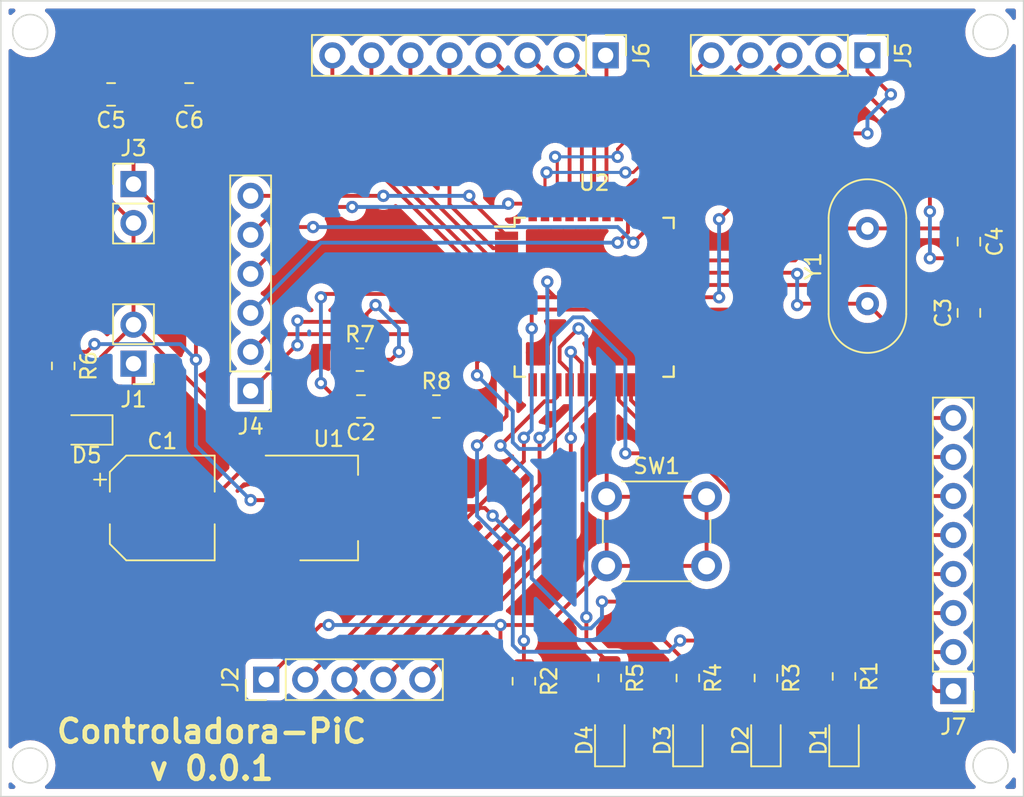
<source format=kicad_pcb>
(kicad_pcb (version 20211014) (generator pcbnew)
  (layers (0 "F.Cu" signal) (31 "B.Cu" signal) (34 "B.Paste" user) (35 "F.Paste" user) (36 "B.SilkS" user "B.Silkscreen") (37 "F.SilkS" user "F.Silkscreen") (38 "B.Mask" user) (39 "F.Mask" user) (44 "Edge.Cuts" user))
  (net 0 "")
  (net 1 "Net-(C1-Pad1)")
  (net 2 "GND")
  (net 3 "+5V")
  (net 4 "/osc1")
  (net 5 "/osc2")
  (net 6 "Net-(D1-Pad2)")
  (net 7 "Net-(D2-Pad2)")
  (net 8 "Net-(D3-Pad2)")
  (net 9 "Net-(D4-Pad2)")
  (net 10 "Net-(D5-Pad2)")
  (net 11 "/reset")
  (net 12 "/pgd")
  (net 13 "/pgc")
  (net 14 "/sda")
  (net 15 "/scl")
  (net 16 "/ccp1")
  (net 17 "/ccp2")
  (net 18 "/tx")
  (net 19 "/rx")
  (net 20 "/vusb")
  (net 21 "/d+")
  (net 22 "/d-")
  (net 23 "/rd0")
  (net 24 "/rd1")
  (net 25 "/rd2")
  (net 26 "/rd3")
  (net 27 "/rd4")
  (net 28 "/rd5")
  (net 29 "/rd6")
  (net 30 "/rd7")
  (net 31 "/an0")
  (net 32 "/an1")
  (net 33 "/an2")
  (net 34 "/an3")
  (net 35 "/an4")
  (net 36 "/an5")
  (net 37 "/an6")
  (net 38 "/an7")
  (net 39 "/led1")
  (net 40 "/led2")
  (net 41 "/led3")
  (net 42 "/led4")
  (footprint "Package_QFP:TQFP-44_10x10mm_P0.8mm" (layer "F.Cu") (at 152.908 112.268)
    (fp_text reference "U2" (at 0 -7.45) (layer "F.SilkS"))
    (fp_text value "PIC18F4550-IPT")
    (pad "1" smd rect (at -5.7 -4) (size 1.5 0.55) (layers "F.Cu" "F.Paste" "F.Mask") (net 19 "/rx"))
    (pad "2" smd rect (at -5.7 -3.2) (size 1.5 0.55) (layers "F.Cu" "F.Paste" "F.Mask") (net 27 "/rd4"))
    (pad "3" smd rect (at -5.7 -2.4) (size 1.5 0.55) (layers "F.Cu" "F.Paste" "F.Mask") (net 28 "/rd5"))
    (pad "4" smd rect (at -5.7 -1.6) (size 1.5 0.55) (layers "F.Cu" "F.Paste" "F.Mask") (net 29 "/rd6"))
    (pad "5" smd rect (at -5.7 -0.8) (size 1.5 0.55) (layers "F.Cu" "F.Paste" "F.Mask") (net 30 "/rd7"))
    (pad "6" smd rect (at -5.7 0) (size 1.5 0.55) (layers "F.Cu" "F.Paste" "F.Mask") (net 2 "GND"))
    (pad "7" smd rect (at -5.7 0.8) (size 1.5 0.55) (layers "F.Cu" "F.Paste" "F.Mask") (net 3 "+5V"))
    (pad "8" smd rect (at -5.7 1.6) (size 1.5 0.55) (layers "F.Cu" "F.Paste" "F.Mask") (net 14 "/sda"))
    (pad "9" smd rect (at -5.7 2.4) (size 1.5 0.55) (layers "F.Cu" "F.Paste" "F.Mask") (net 15 "/scl"))
    (pad "10" smd rect (at -5.7 3.2) (size 1.5 0.55) (layers "F.Cu" "F.Paste" "F.Mask") (net 39 "/led1"))
    (pad "11" smd rect (at -5.7 4) (size 1.5 0.55) (layers "F.Cu" "F.Paste" "F.Mask") (net 40 "/led2"))
    (pad "12" smd rect (at -4 5.7 90) (size 1.5 0.55) (layers "F.Cu" "F.Paste" "F.Mask"))
    (pad "13" smd rect (at -3.2 5.7 90) (size 1.5 0.55) (layers "F.Cu" "F.Paste" "F.Mask"))
    (pad "14" smd rect (at -2.4 5.7 90) (size 1.5 0.55) (layers "F.Cu" "F.Paste" "F.Mask") (net 41 "/led3"))
    (pad "15" smd rect (at -1.6 5.7 90) (size 1.5 0.55) (layers "F.Cu" "F.Paste" "F.Mask") (net 42 "/led4"))
    (pad "16" smd rect (at -0.8 5.7 90) (size 1.5 0.55) (layers "F.Cu" "F.Paste" "F.Mask") (net 13 "/pgc"))
    (pad "17" smd rect (at 0 5.7 90) (size 1.5 0.55) (layers "F.Cu" "F.Paste" "F.Mask") (net 12 "/pgd"))
    (pad "18" smd rect (at 0.8 5.7 90) (size 1.5 0.55) (layers "F.Cu" "F.Paste" "F.Mask") (net 11 "/reset"))
    (pad "19" smd rect (at 1.6 5.7 90) (size 1.5 0.55) (layers "F.Cu" "F.Paste" "F.Mask") (net 31 "/an0"))
    (pad "20" smd rect (at 2.4 5.7 90) (size 1.5 0.55) (layers "F.Cu" "F.Paste" "F.Mask") (net 32 "/an1"))
    (pad "21" smd rect (at 3.2 5.7 90) (size 1.5 0.55) (layers "F.Cu" "F.Paste" "F.Mask") (net 33 "/an2"))
    (pad "22" smd rect (at 4 5.7 90) (size 1.5 0.55) (layers "F.Cu" "F.Paste" "F.Mask") (net 34 "/an3"))
    (pad "23" smd rect (at 5.7 4) (size 1.5 0.55) (layers "F.Cu" "F.Paste" "F.Mask"))
    (pad "24" smd rect (at 5.7 3.2) (size 1.5 0.55) (layers "F.Cu" "F.Paste" "F.Mask") (net 35 "/an4"))
    (pad "25" smd rect (at 5.7 2.4) (size 1.5 0.55) (layers "F.Cu" "F.Paste" "F.Mask") (net 36 "/an5"))
    (pad "26" smd rect (at 5.7 1.6) (size 1.5 0.55) (layers "F.Cu" "F.Paste" "F.Mask") (net 37 "/an6"))
    (pad "27" smd rect (at 5.7 0.8) (size 1.5 0.55) (layers "F.Cu" "F.Paste" "F.Mask") (net 38 "/an7"))
    (pad "28" smd rect (at 5.7 0) (size 1.5 0.55) (layers "F.Cu" "F.Paste" "F.Mask") (net 3 "+5V"))
    (pad "29" smd rect (at 5.7 -0.8) (size 1.5 0.55) (layers "F.Cu" "F.Paste" "F.Mask") (net 2 "GND"))
    (pad "30" smd rect (at 5.7 -1.6) (size 1.5 0.55) (layers "F.Cu" "F.Paste" "F.Mask") (net 4 "/osc1"))
    (pad "31" smd rect (at 5.7 -2.4) (size 1.5 0.55) (layers "F.Cu" "F.Paste" "F.Mask") (net 5 "/osc2"))
    (pad "32" smd rect (at 5.7 -3.2) (size 1.5 0.55) (layers "F.Cu" "F.Paste" "F.Mask"))
    (pad "33" smd rect (at 5.7 -4) (size 1.5 0.55) (layers "F.Cu" "F.Paste" "F.Mask"))
    (pad "34" smd rect (at 4 -5.7 90) (size 1.5 0.55) (layers "F.Cu" "F.Paste" "F.Mask"))
    (pad "35" smd rect (at 3.2 -5.7 90) (size 1.5 0.55) (layers "F.Cu" "F.Paste" "F.Mask") (net 17 "/ccp2"))
    (pad "36" smd rect (at 2.4 -5.7 90) (size 1.5 0.55) (layers "F.Cu" "F.Paste" "F.Mask") (net 16 "/ccp1"))
    (pad "37" smd rect (at 1.6 -5.7 90) (size 1.5 0.55) (layers "F.Cu" "F.Paste" "F.Mask") (net 20 "/vusb"))
    (pad "38" smd rect (at 0.8 -5.7 90) (size 1.5 0.55) (layers "F.Cu" "F.Paste" "F.Mask") (net 23 "/rd0"))
    (pad "39" smd rect (at 0 -5.7 90) (size 1.5 0.55) (layers "F.Cu" "F.Paste" "F.Mask") (net 24 "/rd1"))
    (pad "40" smd rect (at -0.8 -5.7 90) (size 1.5 0.55) (layers "F.Cu" "F.Paste" "F.Mask") (net 25 "/rd2"))
    (pad "41" smd rect (at -1.6 -5.7 90) (size 1.5 0.55) (layers "F.Cu" "F.Paste" "F.Mask") (net 26 "/rd3"))
    (pad "42" smd rect (at -2.4 -5.7 90) (size 1.5 0.55) (layers "F.Cu" "F.Paste" "F.Mask") (net 22 "/d-"))
    (pad "43" smd rect (at -3.2 -5.7 90) (size 1.5 0.55) (layers "F.Cu" "F.Paste" "F.Mask") (net 21 "/d+"))
    (pad "44" smd rect (at -4 -5.7 90) (size 1.5 0.55) (layers "F.Cu" "F.Paste" "F.Mask") (net 18 "/tx"))
  )
  (footprint "Resistor_SMD:R_0805_2012Metric" (layer "F.Cu") (at 169.164 136.953 -90)
    (fp_text reference "R1" (at 0 -1.65 90) (layer "F.SilkS"))
    (fp_text value "220")
    (pad "1" smd roundrect (at -0.9125 0 270) (size 1.025 1.4) (layers "F.Cu" "F.Paste" "F.Mask") (roundrect_rratio 0.243902) (net 39 "/led1"))
    (pad "2" smd roundrect (at 0.9125 0 270) (size 1.025 1.4) (layers "F.Cu" "F.Paste" "F.Mask") (roundrect_rratio 0.243902) (net 6 "Net-(D1-Pad2)"))
  )
  (footprint "Connector_PinHeader_2.54mm:PinHeader_1x06_P2.54mm_Vertical" (layer "F.Cu") (at 130.556 118.364 180)
    (fp_text reference "J4" (at 0 -2.33) (layer "F.SilkS"))
    (fp_text value "FUNC")
    (pad "1" thru_hole rect (at 0 0 180) (size 1.7 1.7) (drill 1) (layers *.Cu *.Mask) (net 14 "/sda"))
    (pad "2" thru_hole oval (at 0 2.54 180) (size 1.7 1.7) (drill 1) (layers *.Cu *.Mask) (net 15 "/scl"))
    (pad "3" thru_hole oval (at 0 5.08 180) (size 1.7 1.7) (drill 1) (layers *.Cu *.Mask) (net 16 "/ccp1"))
    (pad "4" thru_hole oval (at 0 7.62 180) (size 1.7 1.7) (drill 1) (layers *.Cu *.Mask) (net 17 "/ccp2"))
    (pad "5" thru_hole oval (at 0 10.16 180) (size 1.7 1.7) (drill 1) (layers *.Cu *.Mask) (net 18 "/tx"))
    (pad "6" thru_hole oval (at 0 12.7 180) (size 1.7 1.7) (drill 1) (layers *.Cu *.Mask) (net 19 "/rx"))
  )
  (footprint "Resistor_SMD:R_0805_2012Metric" (layer "F.Cu") (at 142.6445 119.38)
    (fp_text reference "R8" (at 0 -1.65) (layer "F.SilkS"))
    (fp_text value "10k")
    (pad "1" smd roundrect (at -0.9125 0) (size 1.025 1.4) (layers "F.Cu" "F.Paste" "F.Mask") (roundrect_rratio 0.243902) (net 3 "+5V"))
    (pad "2" smd roundrect (at 0.9125 0) (size 1.025 1.4) (layers "F.Cu" "F.Paste" "F.Mask") (roundrect_rratio 0.243902) (net 15 "/scl"))
  )
  (footprint "LED_SMD:LED_0805_2012Metric" (layer "F.Cu") (at 119.888 120.904 180)
    (fp_text reference "D5" (at 0 -1.65) (layer "F.SilkS"))
    (fp_text value "LED")
    (pad "1" smd roundrect (at -0.9375 0 180) (size 0.975 1.4) (layers "F.Cu" "F.Paste" "F.Mask") (net 2 "GND"))
    (pad "2" smd roundrect (at 0.9375 0 180) (size 0.975 1.4) (layers "F.Cu" "F.Paste" "F.Mask") (net 10 "Net-(D5-Pad2)"))
  )
  (footprint "LED_SMD:LED_0805_2012Metric" (layer "F.Cu") (at 164.084 141.1205 90)
    (fp_text reference "D2" (at 0 -1.65 90) (layer "F.SilkS"))
    (fp_text value "LED")
    (pad "1" smd roundrect (at -0.9375 0 90) (size 0.975 1.4) (layers "F.Cu" "F.Paste" "F.Mask") (net 2 "GND"))
    (pad "2" smd roundrect (at 0.9375 0 90) (size 0.975 1.4) (layers "F.Cu" "F.Paste" "F.Mask") (net 7 "Net-(D2-Pad2)"))
  )
  (footprint "Resistor_SMD:R_0805_2012Metric" (layer "F.Cu") (at 137.668 116.332)
    (fp_text reference "R7" (at 0 -1.65) (layer "F.SilkS"))
    (fp_text value "10k")
    (pad "1" smd roundrect (at -0.9125 0) (size 1.025 1.4) (layers "F.Cu" "F.Paste" "F.Mask") (roundrect_rratio 0.243902) (net 3 "+5V"))
    (pad "2" smd roundrect (at 0.9125 0) (size 1.025 1.4) (layers "F.Cu" "F.Paste" "F.Mask") (roundrect_rratio 0.243902) (net 14 "/sda"))
  )
  (footprint "Connector_PinHeader_2.54mm:PinHeader_1x08_P2.54mm_Vertical" (layer "F.Cu") (at 153.655 96.52 -90)
    (fp_text reference "J6" (at 0 -2.33 90) (layer "F.SilkS"))
    (fp_text value "DIGITAL")
    (pad "1" thru_hole rect (at 0 0 270) (size 1.7 1.7) (drill 1) (layers *.Cu *.Mask) (net 23 "/rd0"))
    (pad "2" thru_hole oval (at 0 2.54 270) (size 1.7 1.7) (drill 1) (layers *.Cu *.Mask) (net 24 "/rd1"))
    (pad "3" thru_hole oval (at 0 5.08 270) (size 1.7 1.7) (drill 1) (layers *.Cu *.Mask) (net 25 "/rd2"))
    (pad "4" thru_hole oval (at 0 7.62 270) (size 1.7 1.7) (drill 1) (layers *.Cu *.Mask) (net 26 "/rd3"))
    (pad "5" thru_hole oval (at 0 10.16 270) (size 1.7 1.7) (drill 1) (layers *.Cu *.Mask) (net 27 "/rd4"))
    (pad "6" thru_hole oval (at 0 12.7 270) (size 1.7 1.7) (drill 1) (layers *.Cu *.Mask) (net 28 "/rd5"))
    (pad "7" thru_hole oval (at 0 15.24 270) (size 1.7 1.7) (drill 1) (layers *.Cu *.Mask) (net 29 "/rd6"))
    (pad "8" thru_hole oval (at 0 17.78 270) (size 1.7 1.7) (drill 1) (layers *.Cu *.Mask) (net 30 "/rd7"))
  )
  (footprint "Resistor_SMD:R_0805_2012Metric" (layer "F.Cu") (at 148.336 137.2635 -90)
    (fp_text reference "R2" (at 0 -1.65 90) (layer "F.SilkS"))
    (fp_text value "10k")
    (pad "1" smd roundrect (at -0.9125 0 270) (size 1.025 1.4) (layers "F.Cu" "F.Paste" "F.Mask") (roundrect_rratio 0.243902) (net 3 "+5V"))
    (pad "2" smd roundrect (at 0.9125 0 270) (size 1.025 1.4) (layers "F.Cu" "F.Paste" "F.Mask") (roundrect_rratio 0.243902) (net 11 "/reset"))
  )
  (footprint "Capacitor_SMD:C_0805_2012Metric" (layer "F.Cu") (at 126.558 99.06 180)
    (fp_text reference "C6" (at 0 -1.68) (layer "F.SilkS"))
    (fp_text value "100nF")
    (pad "1" smd roundrect (at -0.95 0 180) (size 1 1.45) (layers "F.Cu" "F.Paste" "F.Mask") (net 3 "+5V"))
    (pad "2" smd roundrect (at 0.95 0 180) (size 1 1.45) (layers "F.Cu" "F.Paste" "F.Mask") (net 2 "GND"))
  )
  (footprint "LED_SMD:LED_0805_2012Metric" (layer "F.Cu") (at 169.164 141.1205 90)
    (fp_text reference "D1" (at 0 -1.65 90) (layer "F.SilkS"))
    (fp_text value "LED")
    (pad "1" smd roundrect (at -0.9375 0 90) (size 0.975 1.4) (layers "F.Cu" "F.Paste" "F.Mask") (net 2 "GND"))
    (pad "2" smd roundrect (at 0.9375 0 90) (size 0.975 1.4) (layers "F.Cu" "F.Paste" "F.Mask") (net 6 "Net-(D1-Pad2)"))
  )
  (footprint "Package_TO_SOT_SMD:SOT-223-3_TabPin2" (layer "F.Cu") (at 135.636 125.984)
    (fp_text reference "U1" (at 0 -4.5) (layer "F.SilkS"))
    (fp_text value "LD1117S50TR_SOT223")
    (pad "1" smd rect (at -3.15 -2.3) (size 2 1.5) (layers "F.Cu" "F.Paste" "F.Mask") (net 2 "GND"))
    (pad "2" smd rect (at 3.15 0) (size 2 3.8) (layers "F.Cu" "F.Paste" "F.Mask") (net 3 "+5V"))
    (pad "2" smd rect (at -3.15 0) (size 2 1.5) (layers "F.Cu" "F.Paste" "F.Mask") (net 3 "+5V"))
    (pad "3" smd rect (at -3.15 2.3) (size 2 1.5) (layers "F.Cu" "F.Paste" "F.Mask") (net 1 "Net-(C1-Pad1)"))
  )
  (footprint "Capacitor_SMD:CP_Elec_6.3x7.7" (layer "F.Cu") (at 124.808 125.984)
    (fp_text reference "C1" (at 0 -4.35) (layer "F.SilkS"))
    (fp_text value "100uF")
    (pad "1" smd roundrect (at -2.7 0) (size 3.5 1.6) (layers "F.Cu" "F.Paste" "F.Mask") (roundrect_rratio 0.15625) (net 1 "Net-(C1-Pad1)"))
    (pad "2" smd roundrect (at 2.7 0) (size 3.5 1.6) (layers "F.Cu" "F.Paste" "F.Mask") (roundrect_rratio 0.15625) (net 2 "GND"))
  )
  (footprint "Connector_PinHeader_2.54mm:PinHeader_1x05_P2.54mm_Vertical" (layer "F.Cu") (at 131.572 137.16 90)
    (fp_text reference "J2" (at 0 -2.33 90) (layer "F.SilkS"))
    (fp_text value "Conn_01x05")
    (pad "1" thru_hole rect (at 0 0 90) (size 1.7 1.7) (drill 1) (layers *.Cu *.Mask) (net 11 "/reset"))
    (pad "2" thru_hole oval (at 0 2.54 90) (size 1.7 1.7) (drill 1) (layers *.Cu *.Mask) (net 3 "+5V"))
    (pad "3" thru_hole oval (at 0 5.08 90) (size 1.7 1.7) (drill 1) (layers *.Cu *.Mask) (net 2 "GND"))
    (pad "4" thru_hole oval (at 0 7.62 90) (size 1.7 1.7) (drill 1) (layers *.Cu *.Mask) (net 12 "/pgd"))
    (pad "5" thru_hole oval (at 0 10.16 90) (size 1.7 1.7) (drill 1) (layers *.Cu *.Mask) (net 13 "/pgc"))
  )
  (footprint "Connector_PinHeader_2.54mm:PinHeader_1x02_P2.54mm_Vertical" (layer "F.Cu") (at 122.936 116.591 180)
    (fp_text reference "J1" (at 0 -2.33) (layer "F.SilkS"))
    (fp_text value "Conn_01x02")
    (pad "1" thru_hole rect (at 0 0 180) (size 1.7 1.7) (drill 1) (layers *.Cu *.Mask) (net 1 "Net-(C1-Pad1)"))
    (pad "2" thru_hole oval (at 0 2.54 180) (size 1.7 1.7) (drill 1) (layers *.Cu *.Mask) (net 2 "GND"))
  )
  (footprint "Resistor_SMD:R_0805_2012Metric" (layer "F.Cu") (at 164.084 137.0565 -90)
    (fp_text reference "R3" (at 0 -1.65 90) (layer "F.SilkS"))
    (fp_text value "220")
    (pad "1" smd roundrect (at -0.9125 0 270) (size 1.025 1.4) (layers "F.Cu" "F.Paste" "F.Mask") (roundrect_rratio 0.243902) (net 40 "/led2"))
    (pad "2" smd roundrect (at 0.9125 0 270) (size 1.025 1.4) (layers "F.Cu" "F.Paste" "F.Mask") (roundrect_rratio 0.243902) (net 7 "Net-(D2-Pad2)"))
  )
  (footprint "Resistor_SMD:R_0805_2012Metric" (layer "F.Cu") (at 118.364 116.7365 -90)
    (fp_text reference "R6" (at 0 -1.65 90) (layer "F.SilkS"))
    (fp_text value "220")
    (pad "1" smd roundrect (at -0.9125 0 270) (size 1.025 1.4) (layers "F.Cu" "F.Paste" "F.Mask") (roundrect_rratio 0.243902) (net 3 "+5V"))
    (pad "2" smd roundrect (at 0.9125 0 270) (size 1.025 1.4) (layers "F.Cu" "F.Paste" "F.Mask") (roundrect_rratio 0.243902) (net 10 "Net-(D5-Pad2)"))
  )
  (footprint "Resistor_SMD:R_0805_2012Metric" (layer "F.Cu") (at 153.924 137.0565 -90)
    (fp_text reference "R5" (at 0 -1.65 90) (layer "F.SilkS"))
    (fp_text value "220")
    (pad "1" smd roundrect (at -0.9125 0 270) (size 1.025 1.4) (layers "F.Cu" "F.Paste" "F.Mask") (roundrect_rratio 0.243902) (net 42 "/led4"))
    (pad "2" smd roundrect (at 0.9125 0 270) (size 1.025 1.4) (layers "F.Cu" "F.Paste" "F.Mask") (roundrect_rratio 0.243902) (net 9 "Net-(D4-Pad2)"))
  )
  (footprint "Button_Switch_THT:SW_PUSH_6mm_H4.3mm" (layer "F.Cu") (at 153.722 125.258)
    (fp_text reference "SW1" (at 3.25 -2) (layer "F.SilkS"))
    (fp_text value "SW_MEC_5G")
    (pad "1" thru_hole circle (at 0 0 90) (size 2 2) (drill 1.1) (layers *.Cu *.Mask) (net 11 "/reset"))
    (pad "1" thru_hole circle (at 6.5 0 90) (size 2 2) (drill 1.1) (layers *.Cu *.Mask) (net 11 "/reset"))
    (pad "2" thru_hole circle (at 0 4.5 90) (size 2 2) (drill 1.1) (layers *.Cu *.Mask) (net 11 "/reset"))
    (pad "2" thru_hole circle (at 6.5 4.5 90) (size 2 2) (drill 1.1) (layers *.Cu *.Mask) (net 11 "/reset"))
  )
  (footprint "Capacitor_SMD:C_0805_2012Metric" (layer "F.Cu") (at 121.478 99.06 180)
    (fp_text reference "C5" (at 0 -1.68) (layer "F.SilkS"))
    (fp_text value "100nF")
    (pad "1" smd roundrect (at -0.95 0 180) (size 1 1.45) (layers "F.Cu" "F.Paste" "F.Mask") (net 3 "+5V"))
    (pad "2" smd roundrect (at 0.95 0 180) (size 1 1.45) (layers "F.Cu" "F.Paste" "F.Mask") (net 2 "GND"))
  )
  (footprint "Resistor_SMD:R_0805_2012Metric" (layer "F.Cu") (at 159.004 137.0565 -90)
    (fp_text reference "R4" (at 0 -1.65 90) (layer "F.SilkS"))
    (fp_text value "220")
    (pad "1" smd roundrect (at -0.9125 0 270) (size 1.025 1.4) (layers "F.Cu" "F.Paste" "F.Mask") (roundrect_rratio 0.243902) (net 41 "/led3"))
    (pad "2" smd roundrect (at 0.9125 0 270) (size 1.025 1.4) (layers "F.Cu" "F.Paste" "F.Mask") (roundrect_rratio 0.243902) (net 8 "Net-(D3-Pad2)"))
  )
  (footprint "LED_SMD:LED_0805_2012Metric" (layer "F.Cu") (at 159.004 141.1205 90)
    (fp_text reference "D3" (at 0 -1.65 90) (layer "F.SilkS"))
    (fp_text value "LED")
    (pad "1" smd roundrect (at -0.9375 0 90) (size 0.975 1.4) (layers "F.Cu" "F.Paste" "F.Mask") (net 2 "GND"))
    (pad "2" smd roundrect (at 0.9375 0 90) (size 0.975 1.4) (layers "F.Cu" "F.Paste" "F.Mask") (net 8 "Net-(D3-Pad2)"))
  )
  (footprint "Capacitor_SMD:C_0805_2012Metric" (layer "F.Cu") (at 177.292 113.284 90)
    (fp_text reference "C3" (at 0 -1.68 90) (layer "F.SilkS"))
    (fp_text value "22pF")
    (pad "1" smd roundrect (at -0.95 0 90) (size 1 1.45) (layers "F.Cu" "F.Paste" "F.Mask") (net 4 "/osc1"))
    (pad "2" smd roundrect (at 0.95 0 90) (size 1 1.45) (layers "F.Cu" "F.Paste" "F.Mask") (net 2 "GND"))
  )
  (footprint "Capacitor_SMD:C_0805_2012Metric" (layer "F.Cu") (at 137.734 119.38 180)
    (fp_text reference "C2" (at 0 -1.68) (layer "F.SilkS"))
    (fp_text value "100nF")
    (pad "1" smd roundrect (at -0.95 0 180) (size 1 1.45) (layers "F.Cu" "F.Paste" "F.Mask") (net 3 "+5V"))
    (pad "2" smd roundrect (at 0.95 0 180) (size 1 1.45) (layers "F.Cu" "F.Paste" "F.Mask") (net 2 "GND"))
  )
  (footprint "Crystal:Crystal_HC18-U_Vertical" (layer "F.Cu") (at 170.688 112.686 90)
    (fp_text reference "Y1" (at 2.45 -3.525 90) (layer "F.SilkS"))
    (fp_text value "16MHz")
    (pad "1" thru_hole circle (at 0 0 90) (size 1.5 1.5) (drill 0.8) (layers *.Cu *.Mask) (net 4 "/osc1"))
    (pad "2" thru_hole circle (at 4.9 0 90) (size 1.5 1.5) (drill 0.8) (layers *.Cu *.Mask) (net 5 "/osc2"))
  )
  (footprint "LED_SMD:LED_0805_2012Metric" (layer "F.Cu") (at 153.924 141.1205 90)
    (fp_text reference "D4" (at 0 -1.65 90) (layer "F.SilkS"))
    (fp_text value "LED")
    (pad "1" smd roundrect (at -0.9375 0 90) (size 0.975 1.4) (layers "F.Cu" "F.Paste" "F.Mask") (net 2 "GND"))
    (pad "2" smd roundrect (at 0.9375 0 90) (size 0.975 1.4) (layers "F.Cu" "F.Paste" "F.Mask") (net 9 "Net-(D4-Pad2)"))
  )
  (footprint "Capacitor_SMD:C_0805_2012Metric" (layer "F.Cu") (at 177.292 108.646 -90)
    (fp_text reference "C4" (at 0 -1.68 90) (layer "F.SilkS"))
    (fp_text value "22pF")
    (pad "1" smd roundrect (at -0.95 0 270) (size 1 1.45) (layers "F.Cu" "F.Paste" "F.Mask") (net 5 "/osc2"))
    (pad "2" smd roundrect (at 0.95 0 270) (size 1 1.45) (layers "F.Cu" "F.Paste" "F.Mask") (net 2 "GND"))
  )
  (footprint "Connector_PinHeader_2.54mm:PinHeader_1x02_P2.54mm_Vertical" (layer "F.Cu") (at 122.936 104.897)
    (fp_text reference "J3" (at 0 -2.33) (layer "F.SilkS"))
    (fp_text value "Conn_01x02")
    (pad "1" thru_hole rect (at 0 0) (size 1.7 1.7) (drill 1) (layers *.Cu *.Mask) (net 3 "+5V"))
    (pad "2" thru_hole oval (at 0 2.54) (size 1.7 1.7) (drill 1) (layers *.Cu *.Mask) (net 2 "GND"))
  )
  (footprint "Connector_PinHeader_2.54mm:PinHeader_1x05_P2.54mm_Vertical" (layer "F.Cu") (at 170.688 96.52 -90)
    (fp_text reference "J5" (at 0 -2.33 90) (layer "F.SilkS"))
    (fp_text value "USB")
    (pad "1" thru_hole rect (at 0 0 270) (size 1.7 1.7) (drill 1) (layers *.Cu *.Mask) (net 3 "+5V"))
    (pad "2" thru_hole oval (at 0 2.54 270) (size 1.7 1.7) (drill 1) (layers *.Cu *.Mask) (net 2 "GND"))
    (pad "3" thru_hole oval (at 0 5.08 270) (size 1.7 1.7) (drill 1) (layers *.Cu *.Mask) (net 20 "/vusb"))
    (pad "4" thru_hole oval (at 0 7.62 270) (size 1.7 1.7) (drill 1) (layers *.Cu *.Mask) (net 21 "/d+"))
    (pad "5" thru_hole oval (at 0 10.16 270) (size 1.7 1.7) (drill 1) (layers *.Cu *.Mask) (net 22 "/d-"))
  )
  (footprint "Connector_PinHeader_2.54mm:PinHeader_1x08_P2.54mm_Vertical" (layer "F.Cu") (at 176.276 137.907 180)
    (fp_text reference "J7" (at 0 -2.33) (layer "F.SilkS"))
    (fp_text value "ANALOG")
    (pad "1" thru_hole rect (at 0 0 180) (size 1.7 1.7) (drill 1) (layers *.Cu *.Mask) (net 31 "/an0"))
    (pad "2" thru_hole oval (at 0 2.54 180) (size 1.7 1.7) (drill 1) (layers *.Cu *.Mask) (net 32 "/an1"))
    (pad "3" thru_hole oval (at 0 5.08 180) (size 1.7 1.7) (drill 1) (layers *.Cu *.Mask) (net 33 "/an2"))
    (pad "4" thru_hole oval (at 0 7.62 180) (size 1.7 1.7) (drill 1) (layers *.Cu *.Mask) (net 34 "/an3"))
    (pad "5" thru_hole oval (at 0 10.16 180) (size 1.7 1.7) (drill 1) (layers *.Cu *.Mask) (net 35 "/an4"))
    (pad "6" thru_hole oval (at 0 12.7 180) (size 1.7 1.7) (drill 1) (layers *.Cu *.Mask) (net 36 "/an5"))
    (pad "7" thru_hole oval (at 0 15.24 180) (size 1.7 1.7) (drill 1) (layers *.Cu *.Mask) (net 37 "/an6"))
    (pad "8" thru_hole oval (at 0 17.78 180) (size 1.7 1.7) (drill 1) (layers *.Cu *.Mask) (net 38 "/an7"))
  )
  (gr_circle (center 116.212078 142.748) (end 116.720078 143.764) (layer "Edge.Cuts") (width 0.1) (fill none))
  (gr_rect (start 114.3 92.964) (end 180.848 144.78) (layer "Edge.Cuts") (width 0.1) (fill none))
  (gr_circle (center 178.696078 142.748) (end 179.204078 143.764) (layer "Edge.Cuts") (width 0.1) (fill none))
  (gr_circle (center 116.212078 94.996) (end 116.720078 96.012) (layer "Edge.Cuts") (width 0.1) (fill none))
  (gr_circle (center 178.696078 94.996) (end 179.204078 96.012) (layer "Edge.Cuts") (width 0.1) (fill none))
  (gr_text "Controladora-PiC\nv 0.0.1" (at 128.016 141.732) (layer "F.SilkS") (effects (font (size 1.5 1.5) (thickness 0.3))))
  (segment (start 122.936 125.156) (end 122.108 125.984) (width 0.25) (layer "F.Cu") (net 1))
  (segment (start 124.408 128.284) (end 132.486 128.284) (width 0.25) (layer "F.Cu") (net 1))
  (segment (start 122.936 116.591) (end 122.936 125.156) (width 0.25) (layer "F.Cu") (net 1))
  (segment (start 122.108 125.984) (end 124.408 128.284) (width 0.25) (layer "F.Cu") (net 1))
  (segment (start 174.752 109.728) (end 177.16 109.728) (width 0.25) (layer "F.Cu") (net 2))
  (segment (start 146.208 112.268) (end 147.208 112.268) (width 0.25) (layer "F.Cu") (net 2))
  (segment (start 153.924 142.058) (end 141.55 142.058) (width 0.25) (layer "F.Cu") (net 2))
  (segment (start 141.55 142.058) (end 136.652 137.16) (width 0.25) (layer "F.Cu") (net 2))
  (segment (start 120.528 105.029) (end 122.936 107.437) (width 0.25) (layer "F.Cu") (net 2))
  (segment (start 156.933978 112.268) (end 157.733978 111.468) (width 0.25) (layer "F.Cu") (net 2))
  (segment (start 129.808 123.684) (end 132.486 123.684) (width 0.25) (layer "F.Cu") (net 2))
  (segment (start 135.128 112.268) (end 135.344511 112.051489) (width 0.25) (layer "F.Cu") (net 2))
  (segment (start 164.084 142.058) (end 159.004 142.058) (width 0.25) (layer "F.Cu") (net 2))
  (segment (start 177.292 109.596) (end 177.292 112.334) (width 0.25) (layer "F.Cu") (net 2))
  (segment (start 176.426 111.468) (end 177.292 112.334) (width 0.25) (layer "F.Cu") (net 2))
  (segment (start 127.508 125.984) (end 129.808 123.684) (width 0.25) (layer "F.Cu") (net 2))
  (segment (start 136.784 119.386) (end 132.486 123.684) (width 0.25) (layer "F.Cu") (net 2))
  (segment (start 120.528 99.06) (end 120.528 105.029) (width 0.25) (layer "F.Cu") (net 2))
  (segment (start 147.208 112.268) (end 150.368 112.268) (width 0.25) (layer "F.Cu") (net 2))
  (segment (start 122.56 97.028) (end 120.528 99.06) (width 0.25) (layer "F.Cu") (net 2))
  (segment (start 125.476 99.06) (end 123.444 97.028) (width 0.25) (layer "F.Cu") (net 2))
  (segment (start 168.148 96.52) (end 174.752 103.124) (width 0.25) (layer "F.Cu") (net 2))
  (segment (start 123.444 97.028) (end 122.56 97.028) (width 0.25) (layer "F.Cu") (net 2))
  (segment (start 136.652 119.38) (end 135.128 117.856) (width 0.25) (layer "F.Cu") (net 2))
  (segment (start 136.784 119.38) (end 136.784 119.386) (width 0.25) (layer "F.Cu") (net 2))
  (segment (start 150.368 112.268) (end 156.933978 112.268) (width 0.25) (layer "F.Cu") (net 2))
  (segment (start 169.164 142.058) (end 164.084 142.058) (width 0.25) (layer "F.Cu") (net 2))
  (segment (start 122.936 114.051) (end 129.808 120.923) (width 0.25) (layer "F.Cu") (net 2))
  (segment (start 122.936 107.437) (end 122.936 114.051) (width 0.25) (layer "F.Cu") (net 2))
  (segment (start 157.733978 111.468) (end 158.608 111.468) (width 0.25) (layer "F.Cu") (net 2))
  (segment (start 135.344511 112.051489) (end 145.991489 112.051489) (width 0.25) (layer "F.Cu") (net 2))
  (segment (start 174.752 103.124) (end 174.752 106.68) (width 0.25) (layer "F.Cu") (net 2))
  (segment (start 149.86 111.252) (end 149.86 111.76) (width 0.25) (layer "F.Cu") (net 2))
  (segment (start 149.356299 124.455701) (end 149.356299 121.416299) (width 0.25) (layer "F.Cu") (net 2))
  (segment (start 149.86 111.76) (end 150.368 112.268) (width 0.25) (layer "F.Cu") (net 2))
  (segment (start 159.004 142.058) (end 153.924 142.058) (width 0.25) (layer "F.Cu") (net 2))
  (segment (start 129.808 120.923) (end 129.808 123.684) (width 0.25) (layer "F.Cu") (net 2))
  (segment (start 120.8255 116.1615) (end 122.936 114.051) (width 0.25) (layer "F.Cu") (net 2))
  (segment (start 125.608 99.06) (end 125.476 99.06) (width 0.25) (layer "F.Cu") (net 2))
  (segment (start 177.16 109.728) (end 177.292 109.596) (width 0.25) (layer "F.Cu") (net 2))
  (segment (start 120.8255 120.904) (end 120.8255 116.1615) (width 0.25) (layer "F.Cu") (net 2))
  (segment (start 136.784 119.38) (end 136.652 119.38) (width 0.25) (layer "F.Cu") (net 2))
  (segment (start 136.652 137.16) (end 149.356299 124.455701) (width 0.25) (layer "F.Cu") (net 2))
  (segment (start 158.608 111.468) (end 176.426 111.468) (width 0.25) (layer "F.Cu") (net 2))
  (segment (start 145.991489 112.051489) (end 146.208 112.268) (width 0.25) (layer "F.Cu") (net 2))
  (via (at 149.86 111.252) (size 0.8) (drill 0.4) (layers "F.Cu" "B.Cu") (net 2))
  (via (at 174.752 109.728) (size 0.8) (drill 0.4) (layers "F.Cu" "B.Cu") (net 2))
  (via (at 174.752 106.68) (size 0.8) (drill 0.4) (layers "F.Cu" "B.Cu") (net 2))
  (via (at 149.356299 121.416299) (size 0.8) (drill 0.4) (layers "F.Cu" "B.Cu") (net 2))
  (via (at 135.128 112.268) (size 0.8) (drill 0.4) (layers "F.Cu" "B.Cu") (net 2))
  (via (at 135.128 117.856) (size 0.8) (drill 0.4) (layers "F.Cu" "B.Cu") (net 2))
  (segment (start 149.86 120.912598) (end 149.86 111.252) (width 0.25) (layer "B.Cu") (net 2))
  (segment (start 135.128 117.856) (end 135.128 112.268) (width 0.25) (layer "B.Cu") (net 2))
  (segment (start 149.356299 121.416299) (end 149.86 120.912598) (width 0.25) (layer "B.Cu") (net 2))
  (segment (start 174.752 106.68) (end 174.752 109.728) (width 0.25) (layer "B.Cu") (net 2))
  (segment (start 146.299701 126.487701) (end 145.796 125.984) (width 0.25) (layer "F.Cu") (net 3))
  (segment (start 138.786 119.482) (end 138.786 125.984) (width 0.25) (layer "F.Cu") (net 3))
  (segment (start 127 108.961) (end 127 116.332) (width 0.25) (layer "F.Cu") (net 3))
  (segment (start 138.684 119.38) (end 138.786 119.482) (width 0.25) (layer "F.Cu") (net 3))
  (segment (start 166.624 101.6) (end 170.688 101.6) (width 0.25) (layer "F.Cu") (net 3))
  (segment (start 136.7555 116.332) (end 136.7555 117.4515) (width 0.25) (layer "F.Cu") (net 3))
  (segment (start 172.212 99.06) (end 170.688 97.536) (width 0.25) (layer "F.Cu") (net 3))
  (segment (start 134.112 137.16) (end 147.828 123.444) (width 0.25) (layer "F.Cu") (net 3))
  (segment (start 141.732 119.38) (end 138.684 119.38) (width 0.25) (layer "F.Cu") (net 3))
  (segment (start 157.733978 112.268) (end 158.608 112.268) (width 0.25) (layer "F.Cu") (net 3))
  (segment (start 119.888 115.824) (end 120.396 115.316) (width 0.25) (layer "F.Cu") (net 3))
  (segment (start 147.208 113.068) (end 148.552 113.068) (width 0.25) (layer "F.Cu") (net 3))
  (segment (start 131.978 125.476) (end 132.486 125.984) (width 0.25) (layer "F.Cu") (net 3))
  (segment (start 158.608 112.268) (end 161.036 112.268) (width 0.25) (layer "F.Cu") (net 3))
  (segment (start 122.936 99.568) (end 122.936 100.584) (width 0.25) (layer "F.Cu") (net 3))
  (segment (start 138.786 125.984) (end 145.288 125.984) (width 0.5) (layer "F.Cu") (net 3))
  (segment (start 145.796 125.984) (end 145.288 125.984) (width 0.25) (layer "F.Cu") (net 3))
  (segment (start 118.364 115.824) (end 119.888 115.824) (width 0.25) (layer "F.Cu") (net 3))
  (segment (start 148.844 114.3) (end 148.844 113.36) (width 0.25) (layer "F.Cu") (net 3))
  (segment (start 148.336 136.351) (end 148.336 134.62) (width 0.25) (layer "F.Cu") (net 3))
  (segment (start 145.288 125.984) (end 147.828 123.444) (width 0.25) (layer "F.Cu") (net 3))
  (segment (start 122.936 104.897) (end 127 108.961) (width 0.25) (layer "F.Cu") (net 3))
  (segment (start 122.936 100.584) (end 122.936 104.897) (width 0.25) (layer "F.Cu") (net 3))
  (segment (start 148.552 113.068) (end 156.933978 113.068) (width 0.25) (layer "F.Cu") (net 3))
  (segment (start 138.786 125.984) (end 132.486 125.984) (width 0.4) (layer "F.Cu") (net 3))
  (segment (start 125.984 100.584) (end 122.936 100.584) (width 0.25) (layer "F.Cu") (net 3))
  (segment (start 147.828 123.444) (end 148.336 122.936) (width 0.25) (layer "F.Cu") (net 3))
  (segment (start 156.933978 113.068) (end 157.733978 112.268) (width 0.25) (layer "F.Cu") (net 3))
  (segment (start 148.844 113.36) (end 148.552 113.068) (width 0.25) (layer "F.Cu") (net 3))
  (segment (start 136.7555 117.4515) (end 138.684 119.38) (width 0.25) (layer "F.Cu") (net 3))
  (segment (start 161.036 107.188) (end 166.624 101.6) (width 0.25) (layer "F.Cu") (net 3))
  (segment (start 170.688 97.536) (end 170.688 96.52) (width 0.25) (layer "F.Cu") (net 3))
  (segment (start 130.556 125.476) (end 131.978 125.476) (width 0.25) (layer "F.Cu") (net 3))
  (segment (start 148.336 122.936) (end 148.336 121.412) (width 0.25) (layer "F.Cu") (net 3))
  (segment (start 122.428 99.06) (end 122.936 99.568) (width 0.25) (layer "F.Cu") (net 3))
  (segment (start 127.508 99.06) (end 125.984 100.584) (width 0.25) (layer "F.Cu") (net 3))
  (via (at 130.556 125.476) (size 0.8) (drill 0.4) (layers "F.Cu" "B.Cu") (net 3))
  (via (at 148.336 134.62) (size 0.8) (drill 0.4) (layers "F.Cu" "B.Cu") (net 3))
  (via (at 172.212 99.06) (size 0.8) (drill 0.4) (layers "F.Cu" "B.Cu") (net 3))
  (via (at 127 116.332) (size 0.8) (drill 0.4) (layers "F.Cu" "B.Cu") (net 3))
  (via (at 148.844 114.3) (size 0.8) (drill 0.4) (layers "F.Cu" "B.Cu") (net 3))
  (via (at 148.336 121.412) (size 0.8) (drill 0.4) (layers "F.Cu" "B.Cu") (net 3))
  (via (at 146.299701 126.487701) (size 0.8) (drill 0.4) (layers "F.Cu" "B.Cu") (net 3))
  (via (at 161.036 107.188) (size 0.8) (drill 0.4) (layers "F.Cu" "B.Cu") (net 3))
  (via (at 120.396 115.316) (size 0.8) (drill 0.4) (layers "F.Cu" "B.Cu") (net 3))
  (via (at 161.036 112.268) (size 0.8) (drill 0.4) (layers "F.Cu" "B.Cu") (net 3))
  (via (at 170.688 101.6) (size 0.8) (drill 0.4) (layers "F.Cu" "B.Cu") (net 3))
  (segment (start 125.984 115.316) (end 127 116.332) (width 0.25) (layer "B.Cu") (net 3))
  (segment (start 161.036 112.268) (end 161.036 107.188) (width 0.25) (layer "B.Cu") (net 3))
  (segment (start 170.688 101.6) (end 170.688 100.584) (width 0.25) (layer "B.Cu") (net 3))
  (segment (start 148.336 134.62) (end 148.336 128.524) (width 0.25) (layer "B.Cu") (net 3))
  (segment (start 120.396 115.316) (end 125.984 115.316) (width 0.25) (layer "B.Cu") (net 3))
  (segment (start 148.844 120.904) (end 148.844 114.3) (width 0.25) (layer "B.Cu") (net 3))
  (segment (start 127 121.92) (end 130.556 125.476) (width 0.25) (layer "B.Cu") (net 3))
  (segment (start 148.336 121.412) (end 148.844 120.904) (width 0.25) (layer "B.Cu") (net 3))
  (segment (start 148.336 128.524) (end 146.299701 126.487701) (width 0.25) (layer "B.Cu") (net 3))
  (segment (start 127 116.332) (end 127 121.92) (width 0.25) (layer "B.Cu") (net 3))
  (segment (start 170.688 100.584) (end 172.212 99.06) (width 0.25) (layer "B.Cu") (net 3))
  (segment (start 166.0405 110.668) (end 158.608 110.668) (width 0.25) (layer "F.Cu") (net 4))
  (segment (start 177.292 114.234) (end 172.236 114.234) (width 0.25) (layer "F.Cu") (net 4))
  (segment (start 166.206 112.686) (end 166.116 112.776) (width 0.25) (layer "F.Cu") (net 4))
  (segment (start 172.236 114.234) (end 170.688 112.686) (width 0.25) (layer "F.Cu") (net 4))
  (segment (start 170.688 112.686) (end 166.206 112.686) (width 0.25) (layer "F.Cu") (net 4))
  (segment (start 166.116 110.7435) (end 166.0405 110.668) (width 0.25) (layer "F.Cu") (net 4))
  (via (at 166.116 110.7435) (size 0.8) (drill 0.4) (layers "F.Cu" "B.Cu") (net 4))
  (via (at 166.116 112.776) (size 0.8) (drill 0.4) (layers "F.Cu" "B.Cu") (net 4))
  (segment (start 166.116 112.776) (end 166.116 110.7435) (width 0.25) (layer "B.Cu") (net 4))
  (segment (start 177.202 107.786) (end 170.688 107.786) (width 0.25) (layer "F.Cu") (net 5))
  (segment (start 177.292 107.696) (end 177.202 107.786) (width 0.25) (layer "F.Cu") (net 5))
  (segment (start 165.976 109.868) (end 158.608 109.868) (width 0.25) (layer "F.Cu") (net 5))
  (segment (start 170.688 107.786) (end 168.058 107.786) (width 0.25) (layer "F.Cu") (net 5))
  (segment (start 168.058 107.786) (end 165.976 109.868) (width 0.25) (layer "F.Cu") (net 5))
  (segment (start 169.164 137.8655) (end 169.164 140.183) (width 0.25) (layer "F.Cu") (net 6))
  (segment (start 164.084 137.969) (end 164.084 140.183) (width 0.25) (layer "F.Cu") (net 7))
  (segment (start 159.004 137.969) (end 159.004 140.183) (width 0.25) (layer "F.Cu") (net 8))
  (segment (start 153.924 137.969) (end 153.924 140.183) (width 0.25) (layer "F.Cu") (net 9))
  (segment (start 118.364 117.649) (end 118.364 120.3175) (width 0.25) (layer "F.Cu") (net 10))
  (segment (start 118.364 120.3175) (end 118.9505 120.904) (width 0.25) (layer "F.Cu") (net 10))
  (segment (start 135.128 133.604) (end 135.636 133.604) (width 0.25) (layer "F.Cu") (net 11))
  (segment (start 153.722 125.258) (end 160.222 125.258) (width 0.25) (layer "F.Cu") (net 11))
  (segment (start 160.222 129.758) (end 160.222 125.258) (width 0.25) (layer "F.Cu") (net 11))
  (segment (start 153.722 129.758) (end 153.722 125.258) (width 0.25) (layer "F.Cu") (net 11))
  (segment (start 148.336 138.176) (end 146.812 136.652) (width 0.25) (layer "F.Cu") (net 11))
  (segment (start 149.876 133.604) (end 153.722 129.758) (width 0.25) (layer "F.Cu") (net 11))
  (segment (start 131.572 137.16) (end 135.128 133.604) (width 0.25) (layer "F.Cu") (net 11))
  (segment (start 146.812 133.604) (end 149.876 133.604) (width 0.25) (layer "F.Cu") (net 11))
  (segment (start 153.722 125.258) (end 153.722 117.982) (width 0.25) (layer "F.Cu") (net 11))
  (segment (start 153.722 117.982) (end 153.708 117.968) (width 0.25) (layer "F.Cu") (net 11))
  (segment (start 146.812 136.652) (end 146.812 133.604) (width 0.25) (layer "F.Cu") (net 11))
  (segment (start 153.722 129.758) (end 160.222 129.758) (width 0.25) (layer "F.Cu") (net 11))
  (via (at 146.812 133.604) (size 0.8) (drill 0.4) (layers "F.Cu" "B.Cu") (net 11))
  (via (at 135.636 133.604) (size 0.8) (drill 0.4) (layers "F.Cu" "B.Cu") (net 11))
  (segment (start 135.636 133.604) (end 146.812 133.604) (width 0.25) (layer "B.Cu") (net 11))
  (segment (start 152.908 118.872) (end 152.908 117.968) (width 0.25) (layer "F.Cu") (net 12))
  (segment (start 150.368 125.984) (end 150.368 121.412) (width 0.25) (layer "F.Cu") (net 12))
  (segment (start 139.192 137.16) (end 150.368 125.984) (width 0.25) (layer "F.Cu") (net 12))
  (segment (start 150.368 121.412) (end 152.908 118.872) (width 0.25) (layer "F.Cu") (net 12))
  (segment (start 151.388299 127.503701) (end 151.388299 121.416299) (width 0.25) (layer "F.Cu") (net 13))
  (segment (start 151.384 115.824) (end 152.108 116.548) (width 0.25) (layer "F.Cu") (net 13))
  (segment (start 141.732 137.16) (end 151.388299 127.503701) (width 0.25) (layer "F.Cu") (net 13))
  (segment (start 152.108 116.548) (end 152.108 117.968) (width 0.25) (layer "F.Cu") (net 13))
  (via (at 151.384 115.824) (size 0.8) (drill 0.4) (layers "F.Cu" "B.Cu") (net 13))
  (via (at 151.388299 121.416299) (size 0.8) (drill 0.4) (layers "F.Cu" "B.Cu") (net 13))
  (segment (start 151.388299 115.828299) (end 151.384 115.824) (width 0.25) (layer "B.Cu") (net 13))
  (segment (start 151.388299 121.416299) (end 151.388299 115.828299) (width 0.25) (layer "B.Cu") (net 13))
  (segment (start 139.7 116.332) (end 140.208 115.824) (width 0.25) (layer "F.Cu") (net 14))
  (segment (start 138.1 113.36) (end 138.1 113.868) (width 0.25) (layer "F.Cu") (net 14))
  (segment (start 133.5275 115.3925) (end 133.604 115.3925) (width 0.25) (layer "F.Cu") (net 14))
  (segment (start 133.604 113.792) (end 133.68 113.868) (width 0.25) (layer "F.Cu") (net 14))
  (segment (start 130.556 118.364) (end 133.5275 115.3925) (width 0.25) (layer "F.Cu") (net 14))
  (segment (start 133.68 113.868) (end 138.1 113.868) (width 0.25) (layer "F.Cu") (net 14))
  (segment (start 138.5805 116.332) (end 139.7 116.332) (width 0.25) (layer "F.Cu") (net 14))
  (segment (start 138.684 112.776) (end 138.1 113.36) (width 0.25) (layer "F.Cu") (net 14))
  (segment (start 138.1 113.868) (end 147.208 113.868) (width 0.25) (layer "F.Cu") (net 14))
  (via (at 140.208 115.824) (size 0.8) (drill 0.4) (layers "F.Cu" "B.Cu") (net 14))
  (via (at 133.604 115.3925) (size 0.8) (drill 0.4) (layers "F.Cu" "B.Cu") (net 14))
  (via (at 138.684 112.776) (size 0.8) (drill 0.4) (layers "F.Cu" "B.Cu") (net 14))
  (via (at 133.604 113.792) (size 0.8) (drill 0.4) (layers "F.Cu" "B.Cu") (net 14))
  (segment (start 140.208 114.3) (end 138.684 112.776) (width 0.25) (layer "B.Cu") (net 14))
  (segment (start 133.604 115.3925) (end 133.604 113.792) (width 0.25) (layer "B.Cu") (net 14))
  (segment (start 140.208 115.824) (end 140.208 114.3) (width 0.25) (layer "B.Cu") (net 14))
  (segment (start 143.764 114.808) (end 143.904 114.668) (width 0.25) (layer "F.Cu") (net 15))
  (segment (start 131.712 114.668) (end 143.904 114.668) (width 0.25) (layer "F.Cu") (net 15))
  (segment (start 143.764 119.173) (end 143.764 114.808) (width 0.25) (layer "F.Cu") (net 15))
  (segment (start 143.557 119.38) (end 143.764 119.173) (width 0.25) (layer "F.Cu") (net 15))
  (segment (start 143.904 114.668) (end 147.208 114.668) (width 0.25) (layer "F.Cu") (net 15))
  (segment (start 130.556 115.824) (end 131.712 114.668) (width 0.25) (layer "F.Cu") (net 15))
  (segment (start 154.432 108.712) (end 155.107511 108.036489) (width 0.25) (layer "F.Cu") (net 16))
  (segment (start 155.107511 108.036489) (end 155.107511 107.188) (width 0.25) (layer "F.Cu") (net 16))
  (via (at 154.432 108.712) (size 0.8) (drill 0.4) (layers "F.Cu" "B.Cu") (net 16))
  (segment (start 130.556 113.284) (end 135.128 108.712) (width 0.25) (layer "B.Cu") (net 16))
  (segment (start 135.128 108.712) (end 154.432 108.712) (width 0.25) (layer "B.Cu") (net 16))
  (segment (start 130.556 110.744) (end 133.604 107.696) (width 0.25) (layer "F.Cu") (net 17))
  (segment (start 156.108 108.060598) (end 156.108 106.568) (width 0.25) (layer "F.Cu") (net 17))
  (segment (start 133.604 107.696) (end 134.62 107.696) (width 0.25) (layer "F.Cu") (net 17))
  (segment (start 155.452299 108.716299) (end 156.108 108.060598) (width 0.25) (layer "F.Cu") (net 17))
  (via (at 134.62 107.696) (size 0.8) (drill 0.4) (layers "F.Cu" "B.Cu") (net 17))
  (via (at 155.452299 108.716299) (size 0.8) (drill 0.4) (layers "F.Cu" "B.Cu") (net 17))
  (segment (start 155.452299 108.707685) (end 155.452299 108.716299) (width 0.25) (layer "B.Cu") (net 17))
  (segment (start 134.62 107.696) (end 154.440614 107.696) (width 0.25) (layer "B.Cu") (net 17))
  (segment (start 154.440614 107.696) (end 155.452299 108.707685) (width 0.25) (layer "B.Cu") (net 17))
  (segment (start 130.556 108.204) (end 132.3715 106.3885) (width 0.25) (layer "F.Cu") (net 18))
  (segment (start 148.336 106.172) (end 148.844 106.68) (width 0.25) (layer "F.Cu") (net 18))
  (segment (start 147.32 106.172) (end 148.336 106.172) (width 0.25) (layer "F.Cu") (net 18))
  (segment (start 132.3715 106.3885) (end 137.16 106.3885) (width 0.25) (layer "F.Cu") (net 18))
  (via (at 147.32 106.172) (size 0.8) (drill 0.4) (layers "F.Cu" "B.Cu") (net 18))
  (via (at 137.16 106.3885) (size 0.8) (drill 0.4) (layers "F.Cu" "B.Cu") (net 18))
  (segment (start 137.16 106.3885) (end 147.1035 106.3885) (width 0.25) (layer "B.Cu") (net 18))
  (segment (start 147.1035 106.3885) (end 147.32 106.172) (width 0.25) (layer "B.Cu") (net 18))
  (segment (start 144.78 105.84) (end 147.208 108.268) (width 0.25) (layer "F.Cu") (net 19))
  (segment (start 130.556 105.664) (end 139.192 105.664) (width 0.25) (layer "F.Cu") (net 19))
  (segment (start 144.78 105.664) (end 144.78 105.84) (width 0.25) (layer "F.Cu") (net 19))
  (via (at 144.78 105.664) (size 0.8) (drill 0.4) (layers "F.Cu" "B.Cu") (net 19))
  (via (at 139.192 105.664) (size 0.8) (drill 0.4) (layers "F.Cu" "B.Cu") (net 19))
  (segment (start 139.192 105.664) (end 144.78 105.664) (width 0.25) (layer "B.Cu") (net 19))
  (segment (start 157.48 104.648) (end 165.608 96.52) (width 0.25) (layer "F.Cu") (net 20))
  (segment (start 154.508 106.568) (end 154.508 105.693978) (width 0.25) (layer "F.Cu") (net 20))
  (segment (start 155.553978 104.648) (end 157.48 104.648) (width 0.25) (layer "F.Cu") (net 20))
  (segment (start 154.508 105.693978) (end 155.553978 104.648) (width 0.25) (layer "F.Cu") (net 20))
  (segment (start 155.448 104.14) (end 163.068 96.52) (width 0.2) (layer "F.Cu") (net 21))
  (segment (start 149.708 106.568) (end 149.708 104.2405) (width 0.2) (layer "F.Cu") (net 21))
  (segment (start 149.708 104.2405) (end 149.8085 104.14) (width 0.2) (layer "F.Cu") (net 21))
  (segment (start 154.94 104.14) (end 155.448 104.14) (width 0.2) (layer "F.Cu") (net 21))
  (via (at 149.8085 104.14) (size 0.8) (drill 0.4) (layers "F.Cu" "B.Cu") (net 21))
  (via (at 154.94 104.14) (size 0.8) (drill 0.4) (layers "F.Cu" "B.Cu") (net 21))
  (segment (start 149.8085 104.14) (end 154.94 104.14) (width 0.2) (layer "B.Cu") (net 21))
  (segment (start 150.508 103.264) (end 150.368 103.124) (width 0.2) (layer "F.Cu") (net 22))
  (segment (start 154.4325 103.124) (end 154.4325 102.6155) (width 0.2) (layer "F.Cu") (net 22))
  (segment (start 154.4325 102.6155) (end 160.528 96.52) (width 0.2) (layer "F.Cu") (net 22))
  (segment (start 150.508 106.568) (end 150.508 103.264) (width 0.2) (layer "F.Cu") (net 22))
  (via (at 154.4325 103.124) (size 0.8) (drill 0.4) (layers "F.Cu" "B.Cu") (net 22))
  (via (at 150.368 103.124) (size 0.8) (drill 0.4) (layers "F.Cu" "B.Cu") (net 22))
  (segment (start 150.368 103.124) (end 154.4325 103.124) (width 0.2) (layer "B.Cu") (net 22))
  (segment (start 153.708 106.568) (end 153.708 96.573) (width 0.25) (layer "F.Cu") (net 23))
  (segment (start 153.708 96.573) (end 153.655 96.52) (width 0.25) (layer "F.Cu") (net 23))
  (segment (start 152.908 106.568) (end 152.908 98.313) (width 0.25) (layer "F.Cu") (net 24))
  (segment (start 152.908 98.313) (end 151.115 96.52) (width 0.25) (layer "F.Cu") (net 24))
  (segment (start 152.108 106.568) (end 152.108 100.053) (width 0.25) (layer "F.Cu") (net 25))
  (segment (start 152.108 100.053) (end 148.575 96.52) (width 0.25) (layer "F.Cu") (net 25))
  (segment (start 151.308 106.568) (end 151.308 101.793) (width 0.25) (layer "F.Cu") (net 26))
  (segment (start 151.308 101.793) (end 146.035 96.52) (width 0.25) (layer "F.Cu") (net 26))
  (segment (start 146.333978 109.068) (end 147.208 109.068) (width 0.25) (layer "F.Cu") (net 27))
  (segment (start 143.495 106.229022) (end 146.333978 109.068) (width 0.25) (layer "F.Cu") (net 27))
  (segment (start 143.495 96.52) (end 143.495 106.229022) (width 0.25) (layer "F.Cu") (net 27))
  (segment (start 140.955 104.489022) (end 146.333978 109.868) (width 0.25) (layer "F.Cu") (net 28))
  (segment (start 146.333978 109.868) (end 147.208 109.868) (width 0.25) (layer "F.Cu") (net 28))
  (segment (start 140.955 96.52) (end 140.955 104.489022) (width 0.25) (layer "F.Cu") (net 28))
  (segment (start 138.415 102.875) (end 146.208 110.668) (width 0.25) (layer "F.Cu") (net 29))
  (segment (start 146.208 110.668) (end 147.208 110.668) (width 0.25) (layer "F.Cu") (net 29))
  (segment (start 138.415 96.52) (end 138.415 102.875) (width 0.25) (layer "F.Cu") (net 29))
  (segment (start 146.208 111.468) (end 147.208 111.468) (width 0.25) (layer "F.Cu") (net 30))
  (segment (start 135.875 101.135) (end 146.208 111.468) (width 0.25) (layer "F.Cu") (net 30))
  (segment (start 135.875 96.52) (end 135.875 101.135) (width 0.25) (layer "F.Cu") (net 30))
  (segment (start 175.176 137.907) (end 176.276 137.907) (width 0.25) (layer "F.Cu") (net 31))
  (segment (start 161.544 121.92) (end 173.228 133.604) (width 0.25) (layer "F.Cu") (net 31))
  (segment (start 154.508 117.968) (end 154.508 118.968) (width 0.25) (layer "F.Cu") (net 31))
  (segment (start 173.228 135.959) (end 175.176 137.907) (width 0.25) (layer "F.Cu") (net 31))
  (segment (start 154.508 118.968) (end 157.46 121.92) (width 0.25) (layer "F.Cu") (net 31))
  (segment (start 157.46 121.92) (end 161.544 121.92) (width 0.25) (layer "F.Cu") (net 31))
  (segment (start 173.228 133.604) (end 173.228 135.959) (width 0.25) (layer "F.Cu") (net 31))
  (segment (start 173.736 133.096) (end 173.736 135.128) (width 0.25) (layer "F.Cu") (net 32))
  (segment (start 173.975 135.367) (end 176.276 135.367) (width 0.25) (layer "F.Cu") (net 32))
  (segment (start 157.244 120.904) (end 161.544 120.904) (width 0.25) (layer "F.Cu") (net 32))
  (segment (start 161.544 120.904) (end 173.736 133.096) (width 0.25) (layer "F.Cu") (net 32))
  (segment (start 155.308 117.968) (end 155.308 118.968) (width 0.25) (layer "F.Cu") (net 32))
  (segment (start 155.308 118.968) (end 157.244 120.904) (width 0.25) (layer "F.Cu") (net 32))
  (segment (start 173.736 135.128) (end 173.975 135.367) (width 0.25) (layer "F.Cu") (net 32))
  (segment (start 174.483 132.827) (end 176.276 132.827) (width 0.25) (layer "F.Cu") (net 33))
  (segment (start 161.544 119.888) (end 174.483 132.827) (width 0.25) (layer "F.Cu") (net 33))
  (segment (start 156.108 117.968) (end 156.108 118.968) (width 0.25) (layer "F.Cu") (net 33))
  (segment (start 157.028 119.888) (end 161.544 119.888) (width 0.25) (layer "F.Cu") (net 33))
  (segment (start 156.108 118.968) (end 157.028 119.888) (width 0.25) (layer "F.Cu") (net 33))
  (segment (start 161.656 117.968) (end 173.975 130.287) (width 0.25) (layer "F.Cu") (net 34))
  (segment (start 156.908 117.968) (end 161.656 117.968) (width 0.25) (layer "F.Cu") (net 34))
  (segment (start 173.975 130.287) (end 176.276 130.287) (width 0.25) (layer "F.Cu") (net 34))
  (segment (start 161.696 115.468) (end 173.975 127.747) (width 0.25) (layer "F.Cu") (net 35))
  (segment (start 173.975 127.747) (end 176.276 127.747) (width 0.25) (layer "F.Cu") (net 35))
  (segment (start 158.608 115.468) (end 161.696 115.468) (width 0.25) (layer "F.Cu") (net 35))
  (segment (start 158.608 114.668) (end 163.436 114.668) (width 0.25) (layer "F.Cu") (net 36))
  (segment (start 163.436 114.668) (end 173.975 125.207) (width 0.25) (layer "F.Cu") (net 36))
  (segment (start 173.975 125.207) (end 176.276 125.207) (width 0.25) (layer "F.Cu") (net 36))
  (segment (start 163.652 113.868) (end 172.451 122.667) (width 0.25) (layer "F.Cu") (net 37))
  (segment (start 172.451 122.667) (end 176.276 122.667) (width 0.25) (layer "F.Cu") (net 37))
  (segment (start 158.608 113.868) (end 163.652 113.868) (width 0.25) (layer "F.Cu") (net 37))
  (segment (start 170.927 120.127) (end 176.276 120.127) (width 0.25) (layer "F.Cu") (net 38))
  (segment (start 158.608 113.068) (end 163.868 113.068) (width 0.25) (layer "F.Cu") (net 38))
  (segment (start 163.868 113.068) (end 170.927 120.127) (width 0.25) (layer "F.Cu") (net 38))
  (segment (start 169.164 132.326857) (end 159.265143 122.428) (width 0.25) (layer "F.Cu") (net 39))
  (segment (start 145.288 116.513978) (end 146.333978 115.468) (width 0.25) (layer "F.Cu") (net 39))
  (segment (start 145.288 117.348) (end 145.288 116.513978) (width 0.25) (layer "F.Cu") (net 39))
  (segment (start 159.265143 122.428) (end 154.94 122.428) (width 0.25) (layer "F.Cu") (net 39))
  (segment (start 146.333978 115.468) (end 147.208 115.468) (width 0.25) (layer "F.Cu") (net 39))
  (segment (start 169.164 136.0405) (end 169.164 132.326857) (width 0.25) (layer "F.Cu") (net 39))
  (via (at 145.288 117.348) (size 0.8) (drill 0.4) (layers "F.Cu" "B.Cu") (net 39))
  (via (at 154.94 122.428) (size 0.8) (drill 0.4) (layers "F.Cu" "B.Cu") (net 39))
  (segment (start 147.611489 121.712103) (end 147.611489 119.671489) (width 0.25) (layer "B.Cu") (net 39))
  (segment (start 148.040196 122.14081) (end 147.611489 121.712103) (width 0.25) (layer "B.Cu") (net 39))
  (segment (start 154.94 116.323386) (end 152.192103 113.575489) (width 0.25) (layer "B.Cu") (net 39))
  (segment (start 150.30952 121.487692) (end 149.656402 122.14081) (width 0.25) (layer "B.Cu") (net 39))
  (segment (start 147.611489 119.671489) (end 145.288 117.348) (width 0.25) (layer "B.Cu") (net 39))
  (segment (start 152.192103 113.575489) (end 151.542031 113.575489) (width 0.25) (layer "B.Cu") (net 39))
  (segment (start 154.94 122.428) (end 154.94 116.323386) (width 0.25) (layer "B.Cu") (net 39))
  (segment (start 149.656402 122.14081) (end 148.040196 122.14081) (width 0.25) (layer "B.Cu") (net 39))
  (segment (start 151.542031 113.575489) (end 150.30952 114.808) (width 0.25) (layer "B.Cu") (net 39))
  (segment (start 150.30952 114.808) (end 150.30952 121.487692) (width 0.25) (layer "B.Cu") (net 39))
  (segment (start 162.555701 134.615701) (end 158.500299 134.615701) (width 0.25) (layer "F.Cu") (net 40))
  (segment (start 164.084 136.144) (end 162.555701 134.615701) (width 0.25) (layer "F.Cu") (net 40))
  (segment (start 145.288 121.92) (end 147.208 120) (width 0.25) (layer "F.Cu") (net 40))
  (segment (start 147.208 120) (end 147.208 116.268) (width 0.25) (layer "F.Cu") (net 40))
  (via (at 145.288 121.92) (size 0.8) (drill 0.4) (layers "F.Cu" "B.Cu") (net 40))
  (via (at 158.500299 134.615701) (size 0.8) (drill 0.4) (layers "F.Cu" "B.Cu") (net 40))
  (segment (start 147.611489 128.824103) (end 145.288 126.500614) (width 0.25) (layer "B.Cu") (net 40))
  (segment (start 148.035897 135.344511) (end 147.611489 134.920103) (width 0.25) (layer "B.Cu") (net 40))
  (segment (start 158.500299 134.615701) (end 157.771489 135.344511) (width 0.25) (layer "B.Cu") (net 40))
  (segment (start 147.611489 134.920103) (end 147.611489 128.824103) (width 0.25) (layer "B.Cu") (net 40))
  (segment (start 145.288 126.500614) (end 145.288 121.92) (width 0.25) (layer "B.Cu") (net 40))
  (segment (start 157.771489 135.344511) (end 148.035897 135.344511) (width 0.25) (layer "B.Cu") (net 40))
  (segment (start 146.812 121.92) (end 146.812 121.911386) (width 0.25) (layer "F.Cu") (net 41))
  (segment (start 154.94 132.08) (end 153.416 132.08) (width 0.25) (layer "F.Cu") (net 41))
  (segment (start 150.508 118.732) (end 150.508 117.968) (width 0.25) (layer "F.Cu") (net 41))
  (segment (start 146.812 121.911386) (end 149.680875 119.042511) (width 0.25) (layer "F.Cu") (net 41))
  (segment (start 150.197489 119.042511) (end 150.508 118.732) (width 0.25) (layer "F.Cu") (net 41))
  (segment (start 149.680875 119.042511) (end 150.197489 119.042511) (width 0.25) (layer "F.Cu") (net 41))
  (segment (start 159.004 136.144) (end 154.94 132.08) (width 0.25) (layer "F.Cu") (net 41))
  (via (at 146.812 121.92) (size 0.8) (drill 0.4) (layers "F.Cu" "B.Cu") (net 41))
  (via (at 153.416 132.08) (size 0.8) (drill 0.4) (layers "F.Cu" "B.Cu") (net 41))
  (segment (start 153.416 132.08) (end 153.416 133.104614) (width 0.25) (layer "B.Cu") (net 41))
  (segment (start 148.844 123.952) (end 146.812 121.92) (width 0.25) (layer "B.Cu") (net 41))
  (segment (start 148.844 130.564614) (end 148.844 123.952) (width 0.25) (layer "B.Cu") (net 41))
  (segment (start 153.416 133.104614) (end 152.700103 133.820511) (width 0.25) (layer "B.Cu") (net 41))
  (segment (start 152.099897 133.820511) (end 148.844 130.564614) (width 0.25) (layer "B.Cu") (net 41))
  (segment (start 152.700103 133.820511) (end 152.099897 133.820511) (width 0.25) (layer "B.Cu") (net 41))
  (segment (start 151.892 114.3) (end 151.883386 114.3) (width 0.25) (layer "F.Cu") (net 42))
  (segment (start 150.659489 116.445467) (end 151.308 117.093978) (width 0.25) (layer "F.Cu") (net 42))
  (segment (start 152.4 134.62) (end 152.4 133.604) (width 0.25) (layer "F.Cu") (net 42))
  (segment (start 150.659489 115.523897) (end 150.659489 116.445467) (width 0.25) (layer "F.Cu") (net 42))
  (segment (start 151.883386 114.3) (end 150.659489 115.523897) (width 0.25) (layer "F.Cu") (net 42))
  (segment (start 153.924 136.144) (end 152.4 134.62) (width 0.25) (layer "F.Cu") (net 42))
  (segment (start 151.308 117.093978) (end 151.308 117.968) (width 0.25) (layer "F.Cu") (net 42))
  (segment (start 152.4 133.604) (end 152.4 133.096) (width 0.25) (layer "F.Cu") (net 42))
  (via (at 151.892 114.3) (size 0.8) (drill 0.4) (layers "F.Cu" "B.Cu") (net 42))
  (via (at 152.4 133.096) (size 0.8) (drill 0.4) (layers "F.Cu" "B.Cu") (net 42))
  (segment (start 152.397489 114.805489) (end 151.892 114.3) (width 0.25) (layer "B.Cu") (net 42))
  (segment (start 152.4 133.096) (end 152.397489 133.093489) (width 0.25) (layer "B.Cu") (net 42))
  (segment (start 152.397489 133.093489) (end 152.397489 114.805489) (width 0.25) (layer "B.Cu") (net 42))
  (zone (net 0) (net_name "") (layers F&B.Cu) (connect_pads (clearance 0.508)) (min_thickness 0.254) (fill yes (thermal_gap 0.508) (thermal_bridge_width 0.508))
    (polygon (pts (xy 180.848 144.78) (xy 114.3 144.78) (xy 114.3 92.964) (xy 180.848 92.964)))
  )
)
</source>
